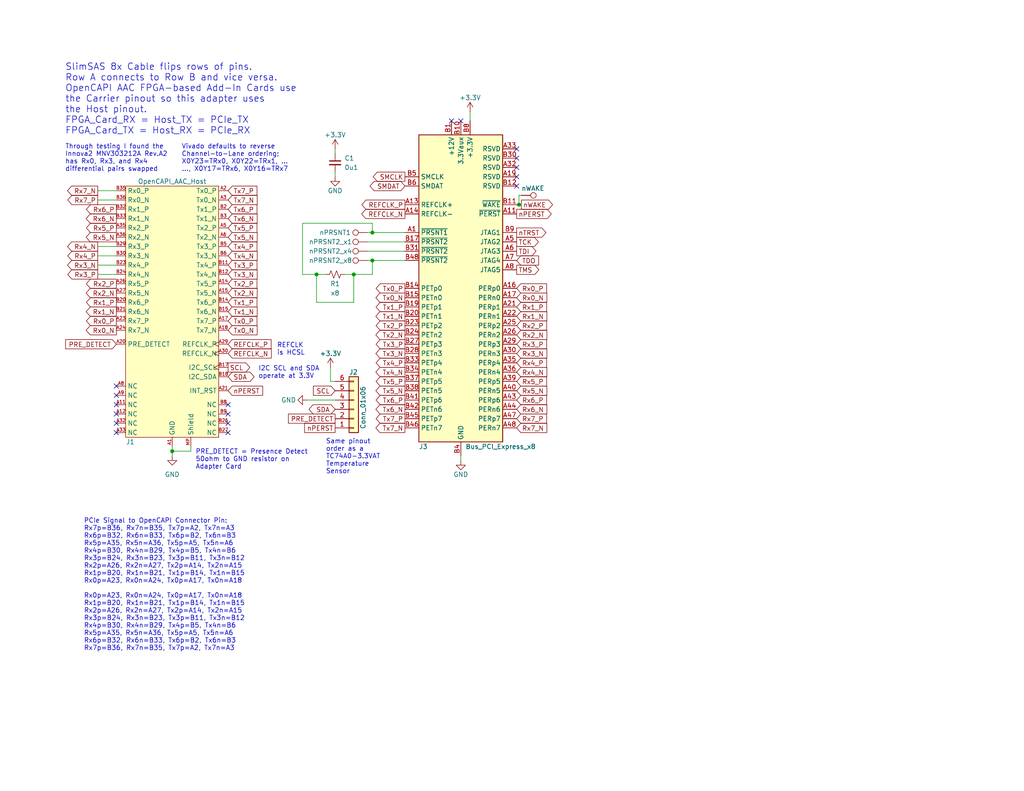
<source format=kicad_sch>
(kicad_sch (version 20230121) (generator eeschema)
  (paper "USLetter")
  (title_block (title "OpenCAPI to PCIe x8") (rev "A") (company "mwrnd") (comment 1 "github.com/mwrnd/OpenCAPI-to-PCIe"))
  (lib_symbols
    (symbol "Connector:Bus_PCI_Express_x8"
      (property "Reference" "J" (at -8.89 43.18 0))
      (property "Value" "Bus_PCI_Express_x8" (at 12.7 43.18 0))
      (symbol "Bus_PCI_Express_x8_0_1"
        (rectangle (start -11.43 41.91) (end 11.43 -41.91) (stroke (width 0.254)) (fill (type background)))
      )
      (symbol "Bus_PCI_Express_x8_1_1"
        (pin passive line (at -15.24 15.24 0) (length 3.81) (name "~{PRSNT1}") (number "A1"))
        (pin passive line (at 2.54 45.72 270) (length 3.81) hide (name "+3.3V") (number "A10"))
        (pin input line (at 15.24 20.32 180) (length 3.81) (name "~{PERST}") (number "A11"))
        (pin passive line (at 0 -45.72 90) (length 3.81) hide (name "GND") (number "A12"))
        (pin input line (at -15.24 22.86 0) (length 3.81) (name "REFCLK+") (number "A13"))
        (pin input line (at -15.24 20.32 0) (length 3.81) (name "REFCLK-") (number "A14"))
        (pin passive line (at 0 -45.72 90) (length 3.81) hide (name "GND") (number "A15"))
        (pin output line (at 15.24 0 180) (length 3.81) (name "PERp0") (number "A16"))
        (pin output line (at 15.24 -2.54 180) (length 3.81) (name "PERn0") (number "A17"))
        (pin passive line (at 0 -45.72 90) (length 3.81) hide (name "GND") (number "A18"))
        (pin passive line (at 15.24 30.48 180) (length 3.81) (name "RSVD") (number "A19"))
        (pin passive line (at -2.54 45.72 270) (length 3.81) hide (name "+12V") (number "A2"))
        (pin passive line (at 0 -45.72 90) (length 3.81) hide (name "GND") (number "A20"))
        (pin output line (at 15.24 -5.08 180) (length 3.81) (name "PERp1") (number "A21"))
        (pin output line (at 15.24 -7.62 180) (length 3.81) (name "PERn1") (number "A22"))
        (pin passive line (at 0 -45.72 90) (length 3.81) hide (name "GND") (number "A23"))
        (pin passive line (at 0 -45.72 90) (length 3.81) hide (name "GND") (number "A24"))
        (pin output line (at 15.24 -10.16 180) (length 3.81) (name "PERp2") (number "A25"))
        (pin output line (at 15.24 -12.7 180) (length 3.81) (name "PERn2") (number "A26"))
        (pin passive line (at 0 -45.72 90) (length 3.81) hide (name "GND") (number "A27"))
        (pin passive line (at 0 -45.72 90) (length 3.81) hide (name "GND") (number "A28"))
        (pin output line (at 15.24 -15.24 180) (length 3.81) (name "PERp3") (number "A29"))
        (pin passive line (at -2.54 45.72 270) (length 3.81) hide (name "+12V") (number "A3"))
        (pin output line (at 15.24 -17.78 180) (length 3.81) (name "PERn3") (number "A30"))
        (pin passive line (at 0 -45.72 90) (length 3.81) hide (name "GND") (number "A31"))
        (pin passive line (at 15.24 33.02 180) (length 3.81) (name "RSVD") (number "A32"))
        (pin passive line (at 15.24 38.1 180) (length 3.81) (name "RSVD") (number "A33"))
        (pin passive line (at 0 -45.72 90) (length 3.81) hide (name "GND") (number "A34"))
        (pin output line (at 15.24 -20.32 180) (length 3.81) (name "PERp4") (number "A35"))
        (pin output line (at 15.24 -22.86 180) (length 3.81) (name "PERn4") (number "A36"))
        (pin passive line (at 0 -45.72 90) (length 3.81) hide (name "GND") (number "A37"))
        (pin passive line (at 0 -45.72 90) (length 3.81) hide (name "GND") (number "A38"))
        (pin output line (at 15.24 -25.4 180) (length 3.81) (name "PERp5") (number "A39"))
        (pin passive line (at 0 -45.72 90) (length 3.81) hide (name "GND") (number "A4"))
        (pin output line (at 15.24 -27.94 180) (length 3.81) (name "PERn5") (number "A40"))
        (pin passive line (at 0 -45.72 90) (length 3.81) hide (name "GND") (number "A41"))
        (pin passive line (at 0 -45.72 90) (length 3.81) hide (name "GND") (number "A42"))
        (pin output line (at 15.24 -30.48 180) (length 3.81) (name "PERp6") (number "A43"))
        (pin output line (at 15.24 -33.02 180) (length 3.81) (name "PERn6") (number "A44"))
        (pin passive line (at 0 -45.72 90) (length 3.81) hide (name "GND") (number "A45"))
        (pin passive line (at 0 -45.72 90) (length 3.81) hide (name "GND") (number "A46"))
        (pin output line (at 15.24 -35.56 180) (length 3.81) (name "PERp7") (number "A47"))
        (pin output line (at 15.24 -38.1 180) (length 3.81) (name "PERn7") (number "A48"))
        (pin passive line (at 0 -45.72 90) (length 3.81) hide (name "GND") (number "A49"))
        (pin input line (at 15.24 12.7 180) (length 3.81) (name "JTAG2") (number "A5"))
        (pin input line (at 15.24 10.16 180) (length 3.81) (name "JTAG3") (number "A6"))
        (pin output line (at 15.24 7.62 180) (length 3.81) (name "JTAG4") (number "A7"))
        (pin input line (at 15.24 5.08 180) (length 3.81) (name "JTAG5") (number "A8"))
        (pin passive line (at 2.54 45.72 270) (length 3.81) hide (name "+3.3V") (number "A9"))
        (pin power_in line (at -2.54 45.72 270) (length 3.81) (name "+12V") (number "B1"))
        (pin power_in line (at 0 45.72 270) (length 3.81) (name "3.3Vaux") (number "B10"))
        (pin open_collector line (at 15.24 22.86 180) (length 3.81) (name "~{WAKE}") (number "B11"))
        (pin passive line (at 15.24 27.94 180) (length 3.81) (name "RSVD") (number "B12"))
        (pin passive line (at 0 -45.72 90) (length 3.81) hide (name "GND") (number "B13"))
        (pin input line (at -15.24 0 0) (length 3.81) (name "PETp0") (number "B14"))
        (pin input line (at -15.24 -2.54 0) (length 3.81) (name "PETn0") (number "B15"))
        (pin passive line (at 0 -45.72 90) (length 3.81) hide (name "GND") (number "B16"))
        (pin passive line (at -15.24 12.7 0) (length 3.81) (name "~{PRSNT2}") (number "B17"))
        (pin passive line (at 0 -45.72 90) (length 3.81) hide (name "GND") (number "B18"))
        (pin input line (at -15.24 -5.08 0) (length 3.81) (name "PETp1") (number "B19"))
        (pin passive line (at -2.54 45.72 270) (length 3.81) hide (name "+12V") (number "B2"))
        (pin input line (at -15.24 -7.62 0) (length 3.81) (name "PETn1") (number "B20"))
        (pin passive line (at 0 -45.72 90) (length 3.81) hide (name "GND") (number "B21"))
        (pin passive line (at 0 -45.72 90) (length 3.81) hide (name "GND") (number "B22"))
        (pin input line (at -15.24 -10.16 0) (length 3.81) (name "PETp2") (number "B23"))
        (pin input line (at -15.24 -12.7 0) (length 3.81) (name "PETn2") (number "B24"))
        (pin passive line (at 0 -45.72 90) (length 3.81) hide (name "GND") (number "B25"))
        (pin passive line (at 0 -45.72 90) (length 3.81) hide (name "GND") (number "B26"))
        (pin input line (at -15.24 -15.24 0) (length 3.81) (name "PETp3") (number "B27"))
        (pin input line (at -15.24 -17.78 0) (length 3.81) (name "PETn3") (number "B28"))
        (pin passive line (at 0 -45.72 90) (length 3.81) hide (name "GND") (number "B29"))
        (pin passive line (at -2.54 45.72 270) (length 3.81) hide (name "+12V") (number "B3"))
        (pin passive line (at 15.24 35.56 180) (length 3.81) (name "RSVD") (number "B30"))
        (pin passive line (at -15.24 10.16 0) (length 3.81) (name "~{PRSNT2}") (number "B31"))
        (pin passive line (at 0 -45.72 90) (length 3.81) hide (name "GND") (number "B32"))
        (pin input line (at -15.24 -20.32 0) (length 3.81) (name "PETp4") (number "B33"))
        (pin input line (at -15.24 -22.86 0) (length 3.81) (name "PETn4") (number "B34"))
        (pin passive line (at 0 -45.72 90) (length 3.81) hide (name "GND") (number "B35"))
        (pin passive line (at 0 -45.72 90) (length 3.81) hide (name "GND") (number "B36"))
        (pin input line (at -15.24 -25.4 0) (length 3.81) (name "PETp5") (number "B37"))
        (pin input line (at -15.24 -27.94 0) (length 3.81) (name "PETn5") (number "B38"))
        (pin passive line (at 0 -45.72 90) (length 3.81) hide (name "GND") (number "B39"))
        (pin power_in line (at 0 -45.72 90) (length 3.81) (name "GND") (number "B4"))
        (pin passive line (at 0 -45.72 90) (length 3.81) hide (name "GND") (number "B40"))
        (pin input line (at -15.24 -30.48 0) (length 3.81) (name "PETp6") (number "B41"))
        (pin input line (at -15.24 -33.02 0) (length 3.81) (name "PETn6") (number "B42"))
        (pin passive line (at 0 -45.72 90) (length 3.81) hide (name "GND") (number "B43"))
        (pin passive line (at 0 -45.72 90) (length 3.81) hide (name "GND") (number "B44"))
        (pin input line (at -15.24 -35.56 0) (length 3.81) (name "PETp7") (number "B45"))
        (pin input line (at -15.24 -38.1 0) (length 3.81) (name "PETn7") (number "B46"))
        (pin passive line (at 0 -45.72 90) (length 3.81) hide (name "GND") (number "B47"))
        (pin passive line (at -15.24 7.62 0) (length 3.81) (name "~{PRSNT2}") (number "B48"))
        (pin passive line (at 0 -45.72 90) (length 3.81) hide (name "GND") (number "B49"))
        (pin input line (at -15.24 30.48 0) (length 3.81) (name "SMCLK") (number "B5"))
        (pin bidirectional line (at -15.24 27.94 0) (length 3.81) (name "SMDAT") (number "B6"))
        (pin passive line (at 0 -45.72 90) (length 3.81) hide (name "GND") (number "B7"))
        (pin power_in line (at 2.54 45.72 270) (length 3.81) (name "+3.3V") (number "B8"))
        (pin input line (at 15.24 15.24 180) (length 3.81) (name "JTAG1") (number "B9"))
      )
    )
    (symbol "Connector:TestPoint" (pin_numbers hide) (pin_names (offset 0.762) hide)
      (property "Reference" "TP" (at 0 6.858 0))
      (property "Value" "TestPoint" (at 0 5.08 0))
      (symbol "TestPoint_0_1"
        (circle (center 0 3.302) (radius 0.762))
      )
      (symbol "TestPoint_1_1"
        (pin passive line (at 0 0 90) (length 2.54) (name "1") (number "1"))
      )
    )
    (symbol "Connector_Generic:Conn_01x06" (pin_names (offset 1.016) hide)
      (property "Reference" "J" (at 0 7.62 0))
      (property "Value" "Conn_01x06" (at 0 -10.16 0))
      (symbol "Conn_01x06_1_1"
        (rectangle (start -1.27 -7.493) (end 0 -7.747) (stroke (width 0.1524)))
        (rectangle (start -1.27 -4.953) (end 0 -5.207) (stroke (width 0.1524)))
        (rectangle (start -1.27 -2.413) (end 0 -2.667) (stroke (width 0.1524)))
        (rectangle (start -1.27 0.127) (end 0 -0.127) (stroke (width 0.1524)))
        (rectangle (start -1.27 2.667) (end 0 2.413) (stroke (width 0.1524)))
        (rectangle (start -1.27 5.207) (end 0 4.953) (stroke (width 0.1524)))
        (rectangle (start -1.27 6.35) (end 1.27 -8.89) (stroke (width 0.254)) (fill (type background)))
        (pin passive line (at -5.08 5.08 0) (length 3.81) (name "Pin_1") (number "1"))
        (pin passive line (at -5.08 2.54 0) (length 3.81) (name "Pin_2") (number "2"))
        (pin passive line (at -5.08 0 0) (length 3.81) (name "Pin_3") (number "3"))
        (pin passive line (at -5.08 -2.54 0) (length 3.81) (name "Pin_4") (number "4"))
        (pin passive line (at -5.08 -5.08 0) (length 3.81) (name "Pin_5") (number "5"))
        (pin passive line (at -5.08 -7.62 0) (length 3.81) (name "Pin_6") (number "6"))
      )
    )
    (symbol "Device:C_Small" (pin_numbers hide) (pin_names (offset 0.254) hide)
      (property "Reference" "C" (at 0.254 1.778 0))
      (property "Value" "C_Small" (at 0.254 -2.032 0))
      (symbol "C_Small_0_1"
        (polyline (pts (xy -1.524 -0.508) (xy 1.524 -0.508)) (stroke (width 0.3302)))
        (polyline (pts (xy -1.524 0.508) (xy 1.524 0.508)) (stroke (width 0.3048)))
      )
      (symbol "C_Small_1_1"
        (pin passive line (at 0 2.54 270) (length 2.032) (name "~") (number "1"))
        (pin passive line (at 0 -2.54 90) (length 2.032) (name "~") (number "2"))
      )
    )
    (symbol "Device:R_Small_US" (pin_numbers hide) (pin_names (offset 0.254) hide)
      (property "Reference" "R" (at 0.762 0.508 0))
      (property "Value" "R_Small_US" (at 0.762 -1.016 0))
      (symbol "R_Small_US_1_1"
        (polyline (pts (xy 0 0) (xy 1.016 -0.381) (xy 0 -0.762) (xy -1.016 -1.143) (xy 0 -1.524)))
        (polyline (pts (xy 0 1.524) (xy 1.016 1.143) (xy 0 0.762) (xy -1.016 0.381) (xy 0 0)))
        (pin passive line (at 0 2.54 270) (length 1.016) (name "~") (number "1"))
        (pin passive line (at 0 -2.54 90) (length 1.016) (name "~") (number "2"))
      )
    )
    (symbol "OpenCAPI_AAC:OpenCAPI_AAC_Host"
      (property "Reference" "J" (at 10.16 -35.56 0))
      (property "Value" "OpenCAPI_AAC_Host" (at 0 35.56 0))
      (symbol "OpenCAPI_AAC_Host_0_1"
        (rectangle (start -12.7 34.29) (end 12.7 -34.29) (fill (type background)))
      )
      (symbol "OpenCAPI_AAC_Host_1_1"
        (pin power_in line (at 0 -36.83 90) (length 2.54) (name "GND") (number "A1"))
        (pin passive line (at 0 -36.83 90) (length 2.54) hide (name "GND") (number "A10"))
        (pin unspecified line (at -15.24 -25.4 0) (length 2.54) (name "NC") (number "A11"))
        (pin unspecified line (at -15.24 -27.94 0) (length 2.54) (name "NC") (number "A12"))
        (pin passive line (at 0 -36.83 90) (length 2.54) hide (name "GND") (number "A13"))
        (pin output line (at 15.24 7.62 180) (length 2.54) (name "Tx5_P") (number "A14"))
        (pin output line (at 15.24 5.08 180) (length 2.54) (name "Tx5_N") (number "A15"))
        (pin passive line (at 0 -36.83 90) (length 2.54) hide (name "GND") (number "A16"))
        (pin output line (at 15.24 -2.54 180) (length 2.54) (name "Tx7_P") (number "A17"))
        (pin output line (at 15.24 -5.08 180) (length 2.54) (name "Tx7_N") (number "A18"))
        (pin passive line (at 0 -36.83 90) (length 2.54) hide (name "GND") (number "A19"))
        (pin output line (at 15.24 33.02 180) (length 2.54) (name "Tx0_P") (number "A2"))
        (pin input line (at -15.24 -8.89 0) (length 2.54) (name "PRE_DETECT") (number "A20"))
        (pin output line (at 15.24 -21.59 180) (length 2.54) (name "INT_RST") (number "A21"))
        (pin passive line (at 0 -36.83 90) (length 2.54) hide (name "GND") (number "A22"))
        (pin input line (at -15.24 -2.54 0) (length 2.54) (name "Rx7_P") (number "A23"))
        (pin input line (at -15.24 -5.08 0) (length 2.54) (name "Rx7_N") (number "A24"))
        (pin passive line (at 0 -36.83 90) (length 2.54) hide (name "GND") (number "A25"))
        (pin input line (at -15.24 7.62 0) (length 2.54) (name "Rx5_P") (number "A26"))
        (pin input line (at -15.24 5.08 0) (length 2.54) (name "Rx5_N") (number "A27"))
        (pin passive line (at 0 -36.83 90) (length 2.54) hide (name "GND") (number "A28"))
        (pin output clock (at 15.24 -8.89 180) (length 2.54) (name "REFCLK_P") (number "A29"))
        (pin output line (at 15.24 30.48 180) (length 2.54) (name "Tx0_N") (number "A3"))
        (pin output clock (at 15.24 -11.43 180) (length 2.54) (name "REFCLK_N") (number "A30"))
        (pin passive line (at 0 -36.83 90) (length 2.54) hide (name "GND") (number "A31"))
        (pin unspecified line (at -15.24 -30.48 0) (length 2.54) (name "NC") (number "A32"))
        (pin unspecified line (at -15.24 -33.02 0) (length 2.54) (name "NC") (number "A33"))
        (pin passive line (at 0 -36.83 90) (length 2.54) hide (name "GND") (number "A34"))
        (pin input line (at -15.24 22.86 0) (length 2.54) (name "Rx2_P") (number "A35"))
        (pin input line (at -15.24 20.32 0) (length 2.54) (name "Rx2_N") (number "A36"))
        (pin passive line (at 0 -36.83 90) (length 2.54) hide (name "GND") (number "A37"))
        (pin passive line (at 0 -36.83 90) (length 2.54) hide (name "GND") (number "A4"))
        (pin output line (at 15.24 22.86 180) (length 2.54) (name "Tx2_P") (number "A5"))
        (pin output line (at 15.24 20.32 180) (length 2.54) (name "Tx2_N") (number "A6"))
        (pin passive line (at 0 -36.83 90) (length 2.54) hide (name "GND") (number "A7"))
        (pin unspecified line (at -15.24 -20.32 0) (length 2.54) (name "NC") (number "A8"))
        (pin unspecified line (at -15.24 -22.86 0) (length 2.54) (name "NC") (number "A9"))
        (pin passive line (at 0 -36.83 90) (length 2.54) hide (name "GND") (number "B1"))
        (pin passive line (at 0 -36.83 90) (length 2.54) hide (name "GND") (number "B10"))
        (pin output line (at 15.24 12.7 180) (length 2.54) (name "Tx4_P") (number "B11"))
        (pin output line (at 15.24 10.16 180) (length 2.54) (name "Tx4_N") (number "B12"))
        (pin passive line (at 0 -36.83 90) (length 2.54) hide (name "GND") (number "B13"))
        (pin output line (at 15.24 2.54 180) (length 2.54) (name "Tx6_P") (number "B14"))
        (pin output line (at 15.24 0 180) (length 2.54) (name "Tx6_N") (number "B15"))
        (pin passive line (at 0 -36.83 90) (length 2.54) hide (name "GND") (number "B16"))
        (pin output clock (at 15.24 -15.24 180) (length 2.54) (name "I2C_SCL") (number "B17"))
        (pin bidirectional line (at 15.24 -17.78 180) (length 2.54) (name "I2C_SDA") (number "B18"))
        (pin passive line (at 0 -36.83 90) (length 2.54) hide (name "GND") (number "B19"))
        (pin output line (at 15.24 27.94 180) (length 2.54) (name "Tx1_P") (number "B2"))
        (pin input line (at -15.24 2.54 0) (length 2.54) (name "Rx6_P") (number "B20"))
        (pin input line (at -15.24 0 0) (length 2.54) (name "Rx6_N") (number "B21"))
        (pin passive line (at 0 -36.83 90) (length 2.54) hide (name "GND") (number "B22"))
        (pin input line (at -15.24 12.7 0) (length 2.54) (name "Rx4_P") (number "B23"))
        (pin input line (at -15.24 10.16 0) (length 2.54) (name "Rx4_N") (number "B24"))
        (pin passive line (at 0 -36.83 90) (length 2.54) hide (name "GND") (number "B25"))
        (pin unspecified line (at 15.24 -30.48 180) (length 2.54) (name "NC") (number "B26"))
        (pin unspecified line (at 15.24 -33.02 180) (length 2.54) (name "NC") (number "B27"))
        (pin passive line (at 0 -36.83 90) (length 2.54) hide (name "GND") (number "B28"))
        (pin input line (at -15.24 17.78 0) (length 2.54) (name "Rx3_P") (number "B29"))
        (pin output line (at 15.24 25.4 180) (length 2.54) (name "Tx1_N") (number "B3"))
        (pin input line (at -15.24 15.24 0) (length 2.54) (name "Rx3_N") (number "B30"))
        (pin passive line (at 0 -36.83 90) (length 2.54) hide (name "GND") (number "B31"))
        (pin input line (at -15.24 27.94 0) (length 2.54) (name "Rx1_P") (number "B32"))
        (pin input line (at -15.24 25.4 0) (length 2.54) (name "Rx1_N") (number "B33"))
        (pin passive line (at 0 -36.83 90) (length 2.54) hide (name "GND") (number "B34"))
        (pin input line (at -15.24 33.02 0) (length 2.54) (name "Rx0_P") (number "B35"))
        (pin input line (at -15.24 30.48 0) (length 2.54) (name "Rx0_N") (number "B36"))
        (pin passive line (at 0 -36.83 90) (length 2.54) hide (name "GND") (number "B37"))
        (pin passive line (at 0 -36.83 90) (length 2.54) hide (name "GND") (number "B4"))
        (pin output line (at 15.24 17.78 180) (length 2.54) (name "Tx3_P") (number "B5"))
        (pin output line (at 15.24 15.24 180) (length 2.54) (name "Tx3_N") (number "B6"))
        (pin passive line (at 0 -36.83 90) (length 2.54) hide (name "GND") (number "B7"))
        (pin unspecified line (at 15.24 -25.4 180) (length 2.54) (name "NC") (number "B8"))
        (pin unspecified line (at 15.24 -27.94 180) (length 2.54) (name "NC") (number "B9"))
        (pin passive line (at 5.08 -36.83 90) (length 2.54) (name "Shield") (number "MP"))
      )
    )
    (symbol "power:+3.3V" (power) (pin_names (offset 0))
      (property "Value" "+3.3V" (at 0 3.556 0))
      (symbol "+3.3V_0_1"
        (polyline (pts (xy -0.762 1.27) (xy 0 2.54)))
        (polyline (pts (xy 0 0) (xy 0 2.54)))
        (polyline (pts (xy 0 2.54) (xy 0.762 1.27)))
      )
      (symbol "+3.3V_1_1"
        (pin power_in line (at 0 0 90) (length 0) hide (name "+3.3V") (number "1"))
      )
    )
    (symbol "power:GND" (power) (pin_names (offset 0))
      (property "Value" "GND" (at 0 -3.81 0))
      (symbol "GND_0_1"
        (polyline (pts (xy 0 0) (xy 0 -1.27) (xy 1.27 -1.27) (xy 0 -2.54) (xy -1.27 -1.27) (xy 0 -1.27)))
      )
      (symbol "GND_1_1"
        (pin power_in line (at 0 0 270) (length 0) hide (name "GND") (number "1"))
      )
    )
  )
  (junction (at 101.6 71.12))
  (junction (at 46.99 123.19))
  (junction (at 96.52 74.93))
  (junction (at 141.605 55.88))
  (junction (at 101.6 63.5))
  (junction (at 86.36 74.93))
  (no_connect (at 31.75 110.49))
  (no_connect (at 140.97 40.64))
  (no_connect (at 123.19 33.02))
  (no_connect (at 62.23 110.49))
  (no_connect (at 31.75 105.41))
  (no_connect (at 31.75 113.03))
  (no_connect (at 31.75 118.11))
  (no_connect (at 62.23 118.11))
  (no_connect (at 140.97 50.8))
  (no_connect (at 31.75 107.95))
  (no_connect (at 140.97 43.18))
  (no_connect (at 140.97 45.72))
  (no_connect (at 31.75 115.57))
  (no_connect (at 62.23 115.57))
  (no_connect (at 62.23 113.03))
  (no_connect (at 140.97 48.26))
  (no_connect (at 125.73 33.02))
  (wire (pts (xy 90.17 104.14) (xy 90.17 100.33)))
  (wire (pts (xy 101.6 74.93) (xy 101.6 71.12)))
  (wire (pts (xy 26.67 67.31) (xy 31.75 67.31)))
  (wire (pts (xy 96.52 74.93) (xy 101.6 74.93)))
  (wire (pts (xy 93.98 74.93) (xy 96.52 74.93)))
  (wire (pts (xy 83.82 109.22) (xy 91.44 109.22)))
  (wire (pts (xy 82.55 60.96) (xy 101.6 60.96)))
  (wire (pts (xy 82.55 74.93) (xy 82.55 60.96)))
  (wire (pts (xy 91.44 104.14) (xy 90.17 104.14)))
  (wire (pts (xy 26.67 54.61) (xy 31.75 54.61)))
  (wire (pts (xy 26.67 52.07) (xy 31.75 52.07)))
  (wire (pts (xy 101.6 63.5) (xy 110.49 63.5)))
  (wire (pts (xy 86.36 74.93) (xy 88.9 74.93)))
  (wire (pts (xy 100.33 66.04) (xy 110.49 66.04)))
  (wire (pts (xy 26.67 72.39) (xy 31.75 72.39)))
  (wire (pts (xy 100.33 63.5) (xy 101.6 63.5)))
  (wire (pts (xy 100.33 71.12) (xy 101.6 71.12)))
  (wire (pts (xy 91.44 46.99) (xy 91.44 48.26)))
  (wire (pts (xy 125.73 124.46) (xy 125.73 125.73)))
  (wire (pts (xy 26.67 69.85) (xy 31.75 69.85)))
  (wire (pts (xy 26.67 74.93) (xy 31.75 74.93)))
  (wire (pts (xy 128.27 30.48) (xy 128.27 33.02)))
  (wire (pts (xy 141.605 53.34) (xy 142.24 53.34)))
  (wire (pts (xy 86.36 74.93) (xy 86.36 82.55)))
  (wire (pts (xy 101.6 60.96) (xy 101.6 63.5)))
  (wire (pts (xy 91.44 40.64) (xy 91.44 41.91)))
  (wire (pts (xy 86.36 82.55) (xy 96.52 82.55)))
  (wire (pts (xy 96.52 82.55) (xy 96.52 74.93)))
  (wire (pts (xy 82.55 74.93) (xy 86.36 74.93)))
  (wire (pts (xy 46.99 123.19) (xy 52.07 123.19)))
  (wire (pts (xy 141.605 55.88) (xy 141.605 53.34)))
  (wire (pts (xy 100.33 68.58) (xy 110.49 68.58)))
  (wire (pts (xy 46.99 121.92) (xy 46.99 123.19)))
  (wire (pts (xy 140.97 55.88) (xy 141.605 55.88)))
  (wire (pts (xy 46.99 123.19) (xy 46.99 124.46)))
  (wire (pts (xy 52.07 121.92) (xy 52.07 123.19)))
  (wire (pts (xy 141.605 55.88) (xy 142.24 55.88)))
  (wire (pts (xy 101.6 71.12) (xy 110.49 71.12)))
  (text "I2C SCL and SDA\noperate at 3.3V" (at 70.485 103.505 0) (effects (font (size 1.27 1.27)) (justify left bottom)))
  (text "Same pinout\norder as a\nTC74A0-3.3VAT\nTemperature\nSensor" (at 88.9 129.54 0) (effects (font (size 1.27 1.27)) (justify left bottom)))
  (text "Vivado defaults to reverse\nChannel-to-Lane ordering;\nX0Y23=TRx0, X0Y22=TRx1, ...\n..., X0Y17=TRx6, X0Y16=TRx7" (at 49.53 46.99 0) (effects (font (size 1.27 1.27)) (justify left bottom)))
  (text "REFCLK\nis HCSL" (at 75.565 97.155 0) (effects (font (size 1.27 1.27)) (justify left bottom)))
  (text "PCIe Signal to OpenCAPI Connector Pin:\nRx7p=B36, Rx7n=B35, Tx7p=A2, Tx7n=A3\nRx6p=B32, Rx6n=B33, Tx6p=B2, Tx6n=B3\nRx5p=A35, Rx5n=A36, Tx5p=A5, Tx5n=A6\nRx4p=B30, Rx4n=B29, Tx4p=B5, Tx4n=B6\nRx3p=B24, Rx3n=B23, Tx3p=B11, Tx3n=B12\nRx2p=A26, Rx2n=A27, Tx2p=A14, Tx2n=A15\nRx1p=B20, Rx1n=B21, Tx1p=B14, Tx1n=B15\nRx0p=A23, Rx0n=A24, Tx0p=A17, Tx0n=A18\n\nRx0p=A23, Rx0n=A24, Tx0p=A17, Tx0n=A18\nRx1p=B20, Rx1n=B21, Tx1p=B14, Tx1n=B15\nRx2p=A26, Rx2n=A27, Tx2p=A14, Tx2n=A15\nRx3p=B24, Rx3n=B23, Tx3p=B11, Tx3n=B12\nRx4p=B30, Rx4n=B29, Tx4p=B5, Tx4n=B6\nRx5p=A35, Rx5n=A36, Tx5p=A5, Tx5n=A6\nRx6p=B32, Rx6n=B33, Tx6p=B2, Tx6n=B3\nRx7p=B36, Rx7n=B35, Tx7p=A2, Tx7n=A3" (at 22.86 177.8 0) (effects (font (size 1.27 1.27)) (justify left bottom)))
  (text "SlimSAS 8x Cable flips rows of pins.\nRow A connects to Row B and vice versa.\nOpenCAPI AAC FPGA-based Add-In Cards use\nthe Carrier pinout so this adapter uses\nthe Host pinout.\nFPGA_Card_RX = Host_TX = PCIe_TX\nFPGA_Card_TX = Host_RX = PCIe_RX" (at 17.78 36.83 0) (effects (font (size 1.8 1.8)) (justify left bottom)))
  (text "PRE_DETECT = Presence Detect\n50ohm to GND resistor on\nAdapter Card\n" (at 53.34 128.27 0) (effects (font (size 1.27 1.27)) (justify left bottom)))
  (text "Through testing I found the\nInnova2 MNV303212A Rev.A2\nhas Rx0, Rx3, and Rx4\ndifferential pairs swapped" (at 17.78 46.99 0) (effects (font (size 1.27 1.27)) (justify left bottom)))
  (global_label "TCK" (shape output) (at 140.97 66.04 0) (property "Intersheetrefs" "${INTERSHEET_REFS}" (effects hide)))
  (global_label "Rx3_P" (shape output) (at 26.67 74.93 180) (property "Intersheetrefs" "${INTERSHEET_REFS}" (effects hide)))
  (global_label "Rx1_P" (shape output) (at 31.75 82.55 180) (property "Intersheetrefs" "${INTERSHEET_REFS}" (effects hide)))
  (global_label "Rx6_P" (shape input) (at 140.97 109.22 0) (property "Intersheetrefs" "${INTERSHEET_REFS}" (effects hide)))
  (global_label "Rx0_N" (shape output) (at 31.75 90.17 180) (property "Intersheetrefs" "${INTERSHEET_REFS}" (effects hide)))
  (global_label "TMS" (shape output) (at 140.97 73.66 0) (property "Intersheetrefs" "${INTERSHEET_REFS}" (effects hide)))
  (global_label "Tx6_P" (shape output) (at 110.49 109.22 180) (property "Intersheetrefs" "${INTERSHEET_REFS}" (effects hide)))
  (global_label "Tx0_P" (shape output) (at 110.49 78.74 180) (property "Intersheetrefs" "${INTERSHEET_REFS}" (effects hide)))
  (global_label "Tx4_N" (shape output) (at 110.49 101.6 180) (property "Intersheetrefs" "${INTERSHEET_REFS}" (effects hide)))
  (global_label "Rx7_P" (shape input) (at 140.97 114.3 0) (property "Intersheetrefs" "${INTERSHEET_REFS}" (effects hide)))
  (global_label "SCL" (shape output) (at 62.23 100.33 0) (property "Intersheetrefs" "${INTERSHEET_REFS}" (effects hide)))
  (global_label "Rx6_P" (shape output) (at 31.75 57.15 180) (property "Intersheetrefs" "${INTERSHEET_REFS}" (effects hide)))
  (global_label "Rx3_P" (shape input) (at 140.97 93.98 0) (property "Intersheetrefs" "${INTERSHEET_REFS}" (effects hide)))
  (global_label "Tx3_P" (shape output) (at 110.49 93.98 180) (property "Intersheetrefs" "${INTERSHEET_REFS}" (effects hide)))
  (global_label "Rx3_N" (shape output) (at 26.67 72.39 180) (property "Intersheetrefs" "${INTERSHEET_REFS}" (effects hide)))
  (global_label "Tx1_P" (shape output) (at 110.49 83.82 180) (property "Intersheetrefs" "${INTERSHEET_REFS}" (effects hide)))
  (global_label "REFCLK_P" (shape output) (at 110.49 55.88 180) (property "Intersheetrefs" "${INTERSHEET_REFS}" (effects hide)))
  (global_label "Tx6_N" (shape output) (at 110.49 111.76 180) (property "Intersheetrefs" "${INTERSHEET_REFS}" (effects hide)))
  (global_label "Tx7_N" (shape input) (at 62.23 54.61 0) (property "Intersheetrefs" "${INTERSHEET_REFS}" (effects hide)))
  (global_label "Tx2_N" (shape output) (at 110.49 91.44 180) (property "Intersheetrefs" "${INTERSHEET_REFS}" (effects hide)))
  (global_label "Tx3_N" (shape input) (at 62.23 74.93 0) (property "Intersheetrefs" "${INTERSHEET_REFS}" (effects hide)))
  (global_label "Rx2_N" (shape output) (at 31.75 80.01 180) (property "Intersheetrefs" "${INTERSHEET_REFS}" (effects hide)))
  (global_label "Tx7_N" (shape output) (at 110.49 116.84 180) (property "Intersheetrefs" "${INTERSHEET_REFS}" (effects hide)))
  (global_label "Rx7_P" (shape output) (at 26.67 54.61 180) (property "Intersheetrefs" "${INTERSHEET_REFS}" (effects hide)))
  (global_label "Tx7_P" (shape output) (at 110.49 114.3 180) (property "Intersheetrefs" "${INTERSHEET_REFS}" (effects hide)))
  (global_label "Rx3_N" (shape input) (at 140.97 96.52 0) (property "Intersheetrefs" "${INTERSHEET_REFS}" (effects hide)))
  (global_label "Tx5_N" (shape output) (at 110.49 106.68 180) (property "Intersheetrefs" "${INTERSHEET_REFS}" (effects hide)))
  (global_label "Rx1_P" (shape input) (at 140.97 83.82 0) (property "Intersheetrefs" "${INTERSHEET_REFS}" (effects hide)))
  (global_label "Tx0_P" (shape input) (at 62.23 87.63 0) (property "Intersheetrefs" "${INTERSHEET_REFS}" (effects hide)))
  (global_label "Rx5_N" (shape output) (at 31.75 64.77 180) (property "Intersheetrefs" "${INTERSHEET_REFS}" (effects hide)))
  (global_label "SDA" (shape bidirectional) (at 91.44 111.76 180) (property "Intersheetrefs" "${INTERSHEET_REFS}" (effects hide)))
  (global_label "REFCLK_N" (shape output) (at 110.49 58.42 180) (property "Intersheetrefs" "${INTERSHEET_REFS}" (effects hide)))
  (global_label "Tx1_N" (shape input) (at 62.23 85.09 0) (property "Intersheetrefs" "${INTERSHEET_REFS}" (effects hide)))
  (global_label "TDI" (shape output) (at 140.97 68.58 0) (property "Intersheetrefs" "${INTERSHEET_REFS}" (effects hide)))
  (global_label "REFCLK_P" (shape input) (at 62.23 93.98 0) (property "Intersheetrefs" "${INTERSHEET_REFS}" (effects hide)))
  (global_label "Rx0_N" (shape input) (at 140.97 81.28 0) (property "Intersheetrefs" "${INTERSHEET_REFS}" (effects hide)))
  (global_label "Tx5_P" (shape output) (at 110.49 104.14 180) (property "Intersheetrefs" "${INTERSHEET_REFS}" (effects hide)))
  (global_label "Tx3_N" (shape output) (at 110.49 96.52 180) (property "Intersheetrefs" "${INTERSHEET_REFS}" (effects hide)))
  (global_label "Rx6_N" (shape input) (at 140.97 111.76 0) (property "Intersheetrefs" "${INTERSHEET_REFS}" (effects hide)))
  (global_label "Rx4_P" (shape input) (at 140.97 99.06 0) (property "Intersheetrefs" "${INTERSHEET_REFS}" (effects hide)))
  (global_label "Tx5_N" (shape input) (at 62.23 64.77 0) (property "Intersheetrefs" "${INTERSHEET_REFS}" (effects hide)))
  (global_label "Tx4_N" (shape input) (at 62.23 69.85 0) (property "Intersheetrefs" "${INTERSHEET_REFS}" (effects hide)))
  (global_label "Rx6_N" (shape output) (at 31.75 59.69 180) (property "Intersheetrefs" "${INTERSHEET_REFS}" (effects hide)))
  (global_label "Rx5_N" (shape input) (at 140.97 106.68 0) (property "Intersheetrefs" "${INTERSHEET_REFS}" (effects hide)))
  (global_label "nTRST" (shape output) (at 140.97 63.5 0) (property "Intersheetrefs" "${INTERSHEET_REFS}" (effects hide)))
  (global_label "Rx2_P" (shape output) (at 31.75 77.47 180) (property "Intersheetrefs" "${INTERSHEET_REFS}" (effects hide)))
  (global_label "Rx5_P" (shape input) (at 140.97 104.14 0) (property "Intersheetrefs" "${INTERSHEET_REFS}" (effects hide)))
  (global_label "SMDAT" (shape bidirectional) (at 110.49 50.8 180) (property "Intersheetrefs" "${INTERSHEET_REFS}" (effects hide)))
  (global_label "nPERST" (shape output) (at 140.97 58.42 0) (property "Intersheetrefs" "${INTERSHEET_REFS}" (effects hide)))
  (global_label "nPERST" (shape input) (at 62.23 106.68 0) (property "Intersheetrefs" "${INTERSHEET_REFS}" (effects hide)))
  (global_label "Rx4_N" (shape output) (at 26.67 67.31 180) (property "Intersheetrefs" "${INTERSHEET_REFS}" (effects hide)))
  (global_label "Tx1_P" (shape input) (at 62.23 82.55 0) (property "Intersheetrefs" "${INTERSHEET_REFS}" (effects hide)))
  (global_label "Rx7_N" (shape output) (at 26.67 52.07 180) (property "Intersheetrefs" "${INTERSHEET_REFS}" (effects hide)))
  (global_label "Tx2_P" (shape output) (at 110.49 88.9 180) (property "Intersheetrefs" "${INTERSHEET_REFS}" (effects hide)))
  (global_label "Rx7_N" (shape input) (at 140.97 116.84 0) (property "Intersheetrefs" "${INTERSHEET_REFS}" (effects hide)))
  (global_label "Tx3_P" (shape input) (at 62.23 72.39 0) (property "Intersheetrefs" "${INTERSHEET_REFS}" (effects hide)))
  (global_label "nPERST" (shape passive) (at 91.44 116.84 180) (property "Intersheetrefs" "${INTERSHEET_REFS}" (effects hide)))
  (global_label "SDA" (shape bidirectional) (at 62.23 102.87 0) (property "Intersheetrefs" "${INTERSHEET_REFS}" (effects hide)))
  (global_label "Rx2_P" (shape input) (at 140.97 88.9 0) (property "Intersheetrefs" "${INTERSHEET_REFS}" (effects hide)))
  (global_label "nWAKE" (shape output) (at 142.24 55.88 0) (property "Intersheetrefs" "${INTERSHEET_REFS}" (effects hide)))
  (global_label "Rx4_P" (shape output) (at 26.67 69.85 180) (property "Intersheetrefs" "${INTERSHEET_REFS}" (effects hide)))
  (global_label "Tx4_P" (shape input) (at 62.23 67.31 0) (property "Intersheetrefs" "${INTERSHEET_REFS}" (effects hide)))
  (global_label "PRE_DETECT" (shape passive) (at 91.44 114.3 180) (property "Intersheetrefs" "${INTERSHEET_REFS}" (effects hide)))
  (global_label "Tx7_P" (shape input) (at 62.23 52.07 0) (property "Intersheetrefs" "${INTERSHEET_REFS}" (effects hide)))
  (global_label "Rx0_P" (shape input) (at 140.97 78.74 0) (property "Intersheetrefs" "${INTERSHEET_REFS}" (effects hide)))
  (global_label "SCL" (shape input) (at 91.44 106.68 180) (property "Intersheetrefs" "${INTERSHEET_REFS}" (effects hide)))
  (global_label "PRE_DETECT" (shape input) (at 31.75 93.98 180) (property "Intersheetrefs" "${INTERSHEET_REFS}" (effects hide)))
  (global_label "Tx2_P" (shape input) (at 62.23 77.47 0) (property "Intersheetrefs" "${INTERSHEET_REFS}" (effects hide)))
  (global_label "Tx1_N" (shape output) (at 110.49 86.36 180) (property "Intersheetrefs" "${INTERSHEET_REFS}" (effects hide)))
  (global_label "Rx1_N" (shape input) (at 140.97 86.36 0) (property "Intersheetrefs" "${INTERSHEET_REFS}" (effects hide)))
  (global_label "Rx1_N" (shape output) (at 31.75 85.09 180) (property "Intersheetrefs" "${INTERSHEET_REFS}" (effects hide)))
  (global_label "Tx0_N" (shape input) (at 62.23 90.17 0) (property "Intersheetrefs" "${INTERSHEET_REFS}" (effects hide)))
  (global_label "Rx5_P" (shape output) (at 31.75 62.23 180) (property "Intersheetrefs" "${INTERSHEET_REFS}" (effects hide)))
  (global_label "Rx2_N" (shape input) (at 140.97 91.44 0) (property "Intersheetrefs" "${INTERSHEET_REFS}" (effects hide)))
  (global_label "Tx6_N" (shape input) (at 62.23 59.69 0) (property "Intersheetrefs" "${INTERSHEET_REFS}" (effects hide)))
  (global_label "Tx5_P" (shape input) (at 62.23 62.23 0) (property "Intersheetrefs" "${INTERSHEET_REFS}" (effects hide)))
  (global_label "Rx0_P" (shape output) (at 31.75 87.63 180) (property "Intersheetrefs" "${INTERSHEET_REFS}" (effects hide)))
  (global_label "Tx2_N" (shape input) (at 62.23 80.01 0) (property "Intersheetrefs" "${INTERSHEET_REFS}" (effects hide)))
  (global_label "REFCLK_N" (shape input) (at 62.23 96.52 0) (property "Intersheetrefs" "${INTERSHEET_REFS}" (effects hide)))
  (global_label "TDO" (shape input) (at 140.97 71.12 0) (property "Intersheetrefs" "${INTERSHEET_REFS}" (effects hide)))
  (global_label "Tx6_P" (shape input) (at 62.23 57.15 0) (property "Intersheetrefs" "${INTERSHEET_REFS}" (effects hide)))
  (global_label "Tx0_N" (shape output) (at 110.49 81.28 180) (property "Intersheetrefs" "${INTERSHEET_REFS}" (effects hide)))
  (global_label "Tx4_P" (shape output) (at 110.49 99.06 180) (property "Intersheetrefs" "${INTERSHEET_REFS}" (effects hide)))
  (global_label "SMCLK" (shape output) (at 110.49 48.26 180) (property "Intersheetrefs" "${INTERSHEET_REFS}" (effects hide)))
  (global_label "Rx4_N" (shape input) (at 140.97 101.6 0) (property "Intersheetrefs" "${INTERSHEET_REFS}" (effects hide)))
  (symbol (lib_id "Connector:TestPoint") (at 142.24 53.34 270) (unit 1)
    (property "Reference" "TP4" (effects hide))
    (property "Value" "nWAKE" (at 145.415 51.435 90))
    (property "Footprint" "TestPoint:TestPoint_THTPad_D1.0mm_Drill0.5mm" (effects hide))
  )
  (symbol (lib_id "power:+3.3V") (at 91.44 40.64 0) (unit 1)
    (property "Reference" "#PWR01" (effects hide))
    (property "Value" "+3.3V" (at 91.44 36.83 0))
  )
  (symbol (lib_id "Connector:Bus_PCI_Express_x8") (at 125.73 78.74 0) (unit 1)
    (property "Reference" "J3" (at 114.3 121.92 0) (effects (justify left)))
    (property "Value" "Bus_PCI_Express_x8" (at 127 121.92 0) (effects (justify left)))
    (property "Footprint" "Connector_PCBEdge:BUS_PCIexpress_x8" (effects hide))
    (property "Datasheet" "http://www.ritrontek.com/uploadfile/2016/1026/20161026105231124.pdf#page=63" (effects hide))
  )
  (symbol (lib_id "Connector:TestPoint") (at 100.33 66.04 90) (unit 1)
    (property "Reference" "TP2" (effects hide))
    (property "Value" "nPRSNT2_x1" (at 90.17 66.04 90))
    (property "Footprint" "TestPoint:TestPoint_THTPad_D1.0mm_Drill0.5mm" (effects hide))
  )
  (symbol (lib_id "power:+3.3V") (at 128.27 30.48 0) (unit 1)
    (property "Reference" "#PWR037" (effects hide))
    (property "Value" "+3.3V" (at 128.27 26.67 0))
  )
  (symbol (lib_id "power:+3.3V") (at 90.17 100.33 0) (unit 1)
    (property "Reference" "#PWR03" (effects hide))
    (property "Value" "+3.3V" (at 90.17 96.52 0))
  )
  (symbol (lib_id "Connector:TestPoint") (at 100.33 71.12 90) (unit 1)
    (property "Reference" "TP5" (effects hide))
    (property "Value" "nPRSNT2_x8" (at 90.17 71.12 90))
    (property "Footprint" "TestPoint:TestPoint_THTPad_D1.0mm_Drill0.5mm" (effects hide))
  )
  (symbol (lib_id "Connector:TestPoint") (at 100.33 63.5 90) (unit 1)
    (property "Reference" "TP1" (effects hide))
    (property "Value" "nPRSNT1" (at 91.44 63.5 90))
    (property "Footprint" "TestPoint:TestPoint_THTPad_D1.0mm_Drill0.5mm" (effects hide))
  )
  (symbol (lib_id "Connector:TestPoint") (at 100.33 68.58 90) (unit 1)
    (property "Reference" "TP3" (effects hide))
    (property "Value" "nPRSNT2_x4" (at 90.17 68.58 90))
    (property "Footprint" "TestPoint:TestPoint_THTPad_D1.0mm_Drill0.5mm" (effects hide))
  )
  (symbol (lib_id "Device:C_Small") (at 91.44 44.45 0) (unit 1)
    (property "Reference" "C1" (at 93.98 43.1863 0) (effects (justify left)))
    (property "Value" "0u1" (at 93.98 45.7263 0) (effects (justify left)))
    (property "Footprint" "Capacitor_SMD:C_0805_2012Metric_Pad1.18x1.45mm_HandSolder" (effects hide))
  )
  (symbol (lib_id "power:GND") (at 125.73 125.73 0) (unit 1)
    (property "Reference" "#PWR053" (effects hide))
    (property "Value" "GND" (at 125.73 129.54 0))
  )
  (symbol (lib_id "OpenCAPI_AAC:OpenCAPI_AAC_Host") (at 46.99 85.09 0) (unit 1)
    (property "Reference" "J1" (at 35.56 120.65 0))
    (property "Value" "OpenCAPI_AAC_Host" (at 46.99 49.53 0))
    (property "Footprint" "SlimSAS_8x:SlimSAS_8x_RA_U10-A474" (effects hide))
    (property "Datasheet" "adm-pcie-9v5 user manual_v1_4.pdf" (effects hide))
  )
  (symbol (lib_id "Connector_Generic:Conn_01x06") (at 96.52 111.76 0) (mirror x) (unit 1)
    (property "Reference" "J2" (at 95.25 101.6 0) (effects (justify left)))
    (property "Value" "Conn_01x06" (at 99.06 105.41 90) (effects (justify left)))
    (property "Footprint" "Connector_PinHeader_2.54mm:PinHeader_1x06_P2.54mm_Vertical" (effects hide))
  )
  (symbol (lib_id "power:GND") (at 91.44 48.26 0) (unit 1)
    (property "Reference" "#PWR02" (effects hide))
    (property "Value" "GND" (at 91.44 52.07 0))
  )
  (symbol (lib_id "power:GND") (at 83.82 109.22 270) (unit 1)
    (property "Reference" "#PWR05" (effects hide))
    (property "Value" "GND" (at 78.74 109.22 90))
  )
  (symbol (lib_id "power:GND") (at 46.99 124.46 0) (unit 1)
    (property "Reference" "#PWR0102" (effects hide))
    (property "Value" "GND" (at 46.99 129.54 0))
  )
  (symbol (lib_id "Device:R_Small_US") (at 91.44 74.93 270) (unit 1)
    (property "Reference" "R1" (at 91.44 77.47 90))
    (property "Value" "x8" (at 91.44 80.01 90))
    (property "Footprint" "Resistor_SMD:R_0603_1608Metric_Pad0.98x0.95mm_HandSolder" (effects hide))
  )
)
</source>
